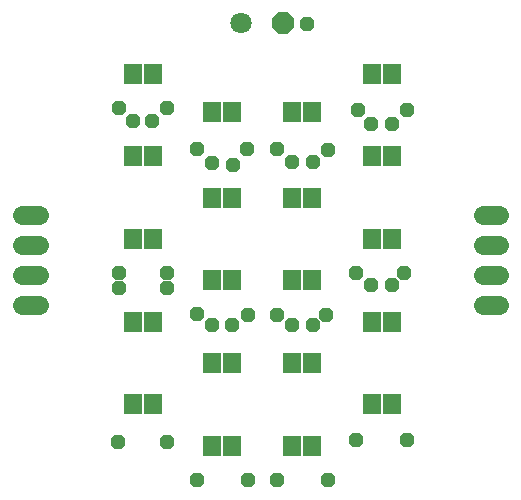
<source format=gbs>
G75*
%MOIN*%
%OFA0B0*%
%FSLAX25Y25*%
%IPPOS*%
%LPD*%
%AMOC8*
5,1,8,0,0,1.08239X$1,22.5*
%
%ADD10C,0.06400*%
%ADD11R,0.05918X0.06706*%
%ADD12OC8,0.07100*%
%ADD13C,0.07100*%
%ADD14OC8,0.04762*%
D10*
X0016200Y0085225D02*
X0021800Y0085225D01*
X0021800Y0095225D02*
X0016200Y0095225D01*
X0016200Y0105225D02*
X0021800Y0105225D01*
X0021800Y0115225D02*
X0016200Y0115225D01*
X0169743Y0115225D02*
X0175343Y0115225D01*
X0175343Y0105225D02*
X0169743Y0105225D01*
X0169743Y0095225D02*
X0175343Y0095225D01*
X0175343Y0085225D02*
X0169743Y0085225D01*
D11*
X0139472Y0079556D03*
X0132780Y0079556D03*
X0112898Y0093335D03*
X0106205Y0093335D03*
X0086307Y0093335D03*
X0079614Y0093335D03*
X0059748Y0079556D03*
X0053055Y0079556D03*
X0079630Y0065776D03*
X0086323Y0065776D03*
X0106205Y0065776D03*
X0112898Y0065776D03*
X0132780Y0051997D03*
X0139472Y0051997D03*
X0112898Y0038217D03*
X0106205Y0038217D03*
X0086323Y0038217D03*
X0079630Y0038217D03*
X0059748Y0051997D03*
X0053055Y0051997D03*
X0053055Y0107115D03*
X0059748Y0107115D03*
X0079630Y0120894D03*
X0086323Y0120894D03*
X0106205Y0120894D03*
X0112898Y0120894D03*
X0132780Y0107115D03*
X0139472Y0107115D03*
X0139472Y0134674D03*
X0132780Y0134674D03*
X0112898Y0149438D03*
X0106205Y0149438D03*
X0086323Y0149438D03*
X0079630Y0149438D03*
X0059748Y0162233D03*
X0053055Y0162233D03*
X0053055Y0134674D03*
X0059748Y0134674D03*
X0132780Y0162233D03*
X0139472Y0162233D03*
D12*
X0103264Y0178965D03*
D13*
X0089264Y0178965D03*
D14*
X0074563Y0026674D03*
X0091563Y0026674D03*
X0101063Y0026674D03*
X0118063Y0026674D03*
X0127563Y0040174D03*
X0144563Y0040174D03*
X0113189Y0078300D03*
X0117563Y0081674D03*
X0106189Y0078300D03*
X0101189Y0081800D03*
X0091689Y0081800D03*
X0086189Y0078300D03*
X0079689Y0078300D03*
X0074563Y0082174D03*
X0064563Y0090674D03*
X0064563Y0095674D03*
X0048689Y0095800D03*
X0048563Y0090674D03*
X0086689Y0131800D03*
X0079689Y0132300D03*
X0074563Y0137174D03*
X0091063Y0137174D03*
X0101063Y0137174D03*
X0106189Y0132800D03*
X0113189Y0132800D03*
X0118063Y0136674D03*
X0132689Y0145300D03*
X0139689Y0145300D03*
X0144563Y0150174D03*
X0128063Y0150174D03*
X0111063Y0178674D03*
X0064563Y0150674D03*
X0059689Y0146300D03*
X0053189Y0146300D03*
X0048463Y0150874D03*
X0127689Y0095800D03*
X0132689Y0091800D03*
X0139689Y0091800D03*
X0143689Y0095800D03*
X0064689Y0039300D03*
X0048189Y0039300D03*
M02*

</source>
